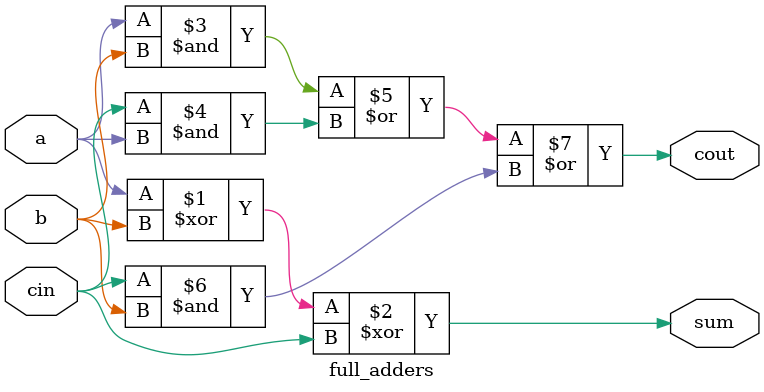
<source format=v>
module top_module( 
    input [99:0] a, b,
    input cin,
    output [99:0] cout,
    output [99:0] sum );

    full_adders f1 ( .a(a[0]) , .b(b[0]) , .cin(cin) , .cout(cout[0]),.sum(sum[0]));
/*generate is not simulation-time code.
It’s a compile-time loop:

Before simulation starts, the compiler runs the generate loop.

For each iteration, it copies and pastes another instance of the submodule into your design.

By the time simulation starts, the hardware is already there — nothing is “created” during simulation.*/
    genvar i;
    generate
        for(i=1; i<100 ;i=i+1) begin : adder_chain //That : adder_chain is a label for the block of code in that loop iteration.
            full_adders f2 ( .a(a[i]) , .b(b[i]) , .cin(cout[i-1]) , .cout(cout[i]),.sum(sum[i]));
        end
    endgenerate
            
endmodule
module full_adders(input a,b,cin, output cout,sum);
    assign sum = a^b^cin;
    assign cout = a&b | cin&a | cin&b;
endmodule

</source>
